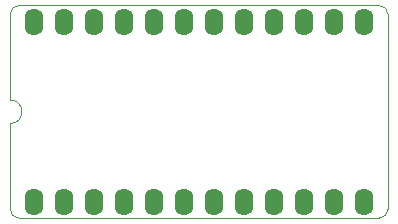
<source format=gbs>
G04 #@! TF.FileFunction,Soldermask,Bot*
%FSLAX46Y46*%
G04 Gerber Fmt 4.6, Leading zero omitted, Abs format (unit mm)*
G04 Created by KiCad (PCBNEW 4.0.2-4+6225~38~ubuntu15.10.1-stable) date Fri May 13 21:54:02 2016*
%MOMM*%
G01*
G04 APERTURE LIST*
%ADD10C,0.101600*%
%ADD11C,0.100000*%
%ADD12O,1.600200X2.286000*%
G04 APERTURE END LIST*
D10*
D11*
X0Y8000000D02*
X0Y750000D01*
X0Y8000000D02*
G75*
G03X0Y10000000I0J1000000D01*
G01*
X32000000Y17250000D02*
G75*
G03X31250000Y18000000I-750000J0D01*
G01*
X0Y750000D02*
G75*
G03X750000Y0I750000J0D01*
G01*
X31250000Y0D02*
G75*
G03X32000000Y750000I0J750000D01*
G01*
X750000Y18000000D02*
G75*
G03X0Y17250000I0J-750000D01*
G01*
X0Y10000000D02*
X0Y17250000D01*
X31250000Y0D02*
X750000Y0D01*
X32000000Y17250000D02*
X32000000Y750000D01*
X750000Y18000000D02*
X31250000Y18000000D01*
D12*
X2030000Y1380000D03*
X4570000Y1380000D03*
X7110000Y1380000D03*
X9650000Y1380000D03*
X12190000Y1380000D03*
X14730000Y1380000D03*
X17270000Y1380000D03*
X19810000Y1380000D03*
X22350000Y1380000D03*
X24890000Y1380000D03*
X27430000Y1380000D03*
X29970000Y1380000D03*
X29970000Y16620000D03*
X27430000Y16620000D03*
X24890000Y16620000D03*
X22350000Y16620000D03*
X19810000Y16620000D03*
X17270000Y16620000D03*
X14730000Y16620000D03*
X12190000Y16620000D03*
X9650000Y16620000D03*
X7110000Y16620000D03*
X4570000Y16620000D03*
X2030000Y16620000D03*
M02*

</source>
